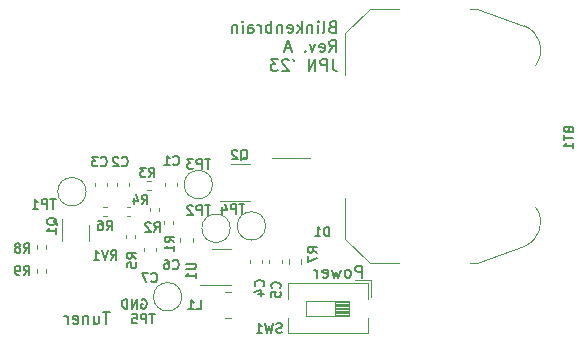
<source format=gbr>
%TF.GenerationSoftware,KiCad,Pcbnew,7.0.6*%
%TF.CreationDate,2023-09-21T17:00:44-04:00*%
%TF.ProjectId,blinkenbrain,626c696e-6b65-46e6-9272-61696e2e6b69,A*%
%TF.SameCoordinates,Original*%
%TF.FileFunction,Legend,Bot*%
%TF.FilePolarity,Positive*%
%FSLAX46Y46*%
G04 Gerber Fmt 4.6, Leading zero omitted, Abs format (unit mm)*
G04 Created by KiCad (PCBNEW 7.0.6) date 2023-09-21 17:00:44*
%MOMM*%
%LPD*%
G01*
G04 APERTURE LIST*
%ADD10C,0.150000*%
%ADD11C,0.120000*%
G04 APERTURE END LIST*
D10*
X132606077Y-108869819D02*
X132034649Y-108869819D01*
X132320363Y-109869819D02*
X132320363Y-108869819D01*
X131272744Y-109203152D02*
X131272744Y-109869819D01*
X131701315Y-109203152D02*
X131701315Y-109726961D01*
X131701315Y-109726961D02*
X131653696Y-109822200D01*
X131653696Y-109822200D02*
X131558458Y-109869819D01*
X131558458Y-109869819D02*
X131415601Y-109869819D01*
X131415601Y-109869819D02*
X131320363Y-109822200D01*
X131320363Y-109822200D02*
X131272744Y-109774580D01*
X130796553Y-109203152D02*
X130796553Y-109869819D01*
X130796553Y-109298390D02*
X130748934Y-109250771D01*
X130748934Y-109250771D02*
X130653696Y-109203152D01*
X130653696Y-109203152D02*
X130510839Y-109203152D01*
X130510839Y-109203152D02*
X130415601Y-109250771D01*
X130415601Y-109250771D02*
X130367982Y-109346009D01*
X130367982Y-109346009D02*
X130367982Y-109869819D01*
X129510839Y-109822200D02*
X129606077Y-109869819D01*
X129606077Y-109869819D02*
X129796553Y-109869819D01*
X129796553Y-109869819D02*
X129891791Y-109822200D01*
X129891791Y-109822200D02*
X129939410Y-109726961D01*
X129939410Y-109726961D02*
X129939410Y-109346009D01*
X129939410Y-109346009D02*
X129891791Y-109250771D01*
X129891791Y-109250771D02*
X129796553Y-109203152D01*
X129796553Y-109203152D02*
X129606077Y-109203152D01*
X129606077Y-109203152D02*
X129510839Y-109250771D01*
X129510839Y-109250771D02*
X129463220Y-109346009D01*
X129463220Y-109346009D02*
X129463220Y-109441247D01*
X129463220Y-109441247D02*
X129939410Y-109536485D01*
X129034648Y-109869819D02*
X129034648Y-109203152D01*
X129034648Y-109393628D02*
X128987029Y-109298390D01*
X128987029Y-109298390D02*
X128939410Y-109250771D01*
X128939410Y-109250771D02*
X128844172Y-109203152D01*
X128844172Y-109203152D02*
X128748934Y-109203152D01*
X151429887Y-84726009D02*
X151287030Y-84773628D01*
X151287030Y-84773628D02*
X151239411Y-84821247D01*
X151239411Y-84821247D02*
X151191792Y-84916485D01*
X151191792Y-84916485D02*
X151191792Y-85059342D01*
X151191792Y-85059342D02*
X151239411Y-85154580D01*
X151239411Y-85154580D02*
X151287030Y-85202200D01*
X151287030Y-85202200D02*
X151382268Y-85249819D01*
X151382268Y-85249819D02*
X151763220Y-85249819D01*
X151763220Y-85249819D02*
X151763220Y-84249819D01*
X151763220Y-84249819D02*
X151429887Y-84249819D01*
X151429887Y-84249819D02*
X151334649Y-84297438D01*
X151334649Y-84297438D02*
X151287030Y-84345057D01*
X151287030Y-84345057D02*
X151239411Y-84440295D01*
X151239411Y-84440295D02*
X151239411Y-84535533D01*
X151239411Y-84535533D02*
X151287030Y-84630771D01*
X151287030Y-84630771D02*
X151334649Y-84678390D01*
X151334649Y-84678390D02*
X151429887Y-84726009D01*
X151429887Y-84726009D02*
X151763220Y-84726009D01*
X150620363Y-85249819D02*
X150715601Y-85202200D01*
X150715601Y-85202200D02*
X150763220Y-85106961D01*
X150763220Y-85106961D02*
X150763220Y-84249819D01*
X150239410Y-85249819D02*
X150239410Y-84583152D01*
X150239410Y-84249819D02*
X150287029Y-84297438D01*
X150287029Y-84297438D02*
X150239410Y-84345057D01*
X150239410Y-84345057D02*
X150191791Y-84297438D01*
X150191791Y-84297438D02*
X150239410Y-84249819D01*
X150239410Y-84249819D02*
X150239410Y-84345057D01*
X149763220Y-84583152D02*
X149763220Y-85249819D01*
X149763220Y-84678390D02*
X149715601Y-84630771D01*
X149715601Y-84630771D02*
X149620363Y-84583152D01*
X149620363Y-84583152D02*
X149477506Y-84583152D01*
X149477506Y-84583152D02*
X149382268Y-84630771D01*
X149382268Y-84630771D02*
X149334649Y-84726009D01*
X149334649Y-84726009D02*
X149334649Y-85249819D01*
X148858458Y-85249819D02*
X148858458Y-84249819D01*
X148763220Y-84868866D02*
X148477506Y-85249819D01*
X148477506Y-84583152D02*
X148858458Y-84964104D01*
X147667982Y-85202200D02*
X147763220Y-85249819D01*
X147763220Y-85249819D02*
X147953696Y-85249819D01*
X147953696Y-85249819D02*
X148048934Y-85202200D01*
X148048934Y-85202200D02*
X148096553Y-85106961D01*
X148096553Y-85106961D02*
X148096553Y-84726009D01*
X148096553Y-84726009D02*
X148048934Y-84630771D01*
X148048934Y-84630771D02*
X147953696Y-84583152D01*
X147953696Y-84583152D02*
X147763220Y-84583152D01*
X147763220Y-84583152D02*
X147667982Y-84630771D01*
X147667982Y-84630771D02*
X147620363Y-84726009D01*
X147620363Y-84726009D02*
X147620363Y-84821247D01*
X147620363Y-84821247D02*
X148096553Y-84916485D01*
X147191791Y-84583152D02*
X147191791Y-85249819D01*
X147191791Y-84678390D02*
X147144172Y-84630771D01*
X147144172Y-84630771D02*
X147048934Y-84583152D01*
X147048934Y-84583152D02*
X146906077Y-84583152D01*
X146906077Y-84583152D02*
X146810839Y-84630771D01*
X146810839Y-84630771D02*
X146763220Y-84726009D01*
X146763220Y-84726009D02*
X146763220Y-85249819D01*
X146287029Y-85249819D02*
X146287029Y-84249819D01*
X146287029Y-84630771D02*
X146191791Y-84583152D01*
X146191791Y-84583152D02*
X146001315Y-84583152D01*
X146001315Y-84583152D02*
X145906077Y-84630771D01*
X145906077Y-84630771D02*
X145858458Y-84678390D01*
X145858458Y-84678390D02*
X145810839Y-84773628D01*
X145810839Y-84773628D02*
X145810839Y-85059342D01*
X145810839Y-85059342D02*
X145858458Y-85154580D01*
X145858458Y-85154580D02*
X145906077Y-85202200D01*
X145906077Y-85202200D02*
X146001315Y-85249819D01*
X146001315Y-85249819D02*
X146191791Y-85249819D01*
X146191791Y-85249819D02*
X146287029Y-85202200D01*
X145382267Y-85249819D02*
X145382267Y-84583152D01*
X145382267Y-84773628D02*
X145334648Y-84678390D01*
X145334648Y-84678390D02*
X145287029Y-84630771D01*
X145287029Y-84630771D02*
X145191791Y-84583152D01*
X145191791Y-84583152D02*
X145096553Y-84583152D01*
X144334648Y-85249819D02*
X144334648Y-84726009D01*
X144334648Y-84726009D02*
X144382267Y-84630771D01*
X144382267Y-84630771D02*
X144477505Y-84583152D01*
X144477505Y-84583152D02*
X144667981Y-84583152D01*
X144667981Y-84583152D02*
X144763219Y-84630771D01*
X144334648Y-85202200D02*
X144429886Y-85249819D01*
X144429886Y-85249819D02*
X144667981Y-85249819D01*
X144667981Y-85249819D02*
X144763219Y-85202200D01*
X144763219Y-85202200D02*
X144810838Y-85106961D01*
X144810838Y-85106961D02*
X144810838Y-85011723D01*
X144810838Y-85011723D02*
X144763219Y-84916485D01*
X144763219Y-84916485D02*
X144667981Y-84868866D01*
X144667981Y-84868866D02*
X144429886Y-84868866D01*
X144429886Y-84868866D02*
X144334648Y-84821247D01*
X143858457Y-85249819D02*
X143858457Y-84583152D01*
X143858457Y-84249819D02*
X143906076Y-84297438D01*
X143906076Y-84297438D02*
X143858457Y-84345057D01*
X143858457Y-84345057D02*
X143810838Y-84297438D01*
X143810838Y-84297438D02*
X143858457Y-84249819D01*
X143858457Y-84249819D02*
X143858457Y-84345057D01*
X143382267Y-84583152D02*
X143382267Y-85249819D01*
X143382267Y-84678390D02*
X143334648Y-84630771D01*
X143334648Y-84630771D02*
X143239410Y-84583152D01*
X143239410Y-84583152D02*
X143096553Y-84583152D01*
X143096553Y-84583152D02*
X143001315Y-84630771D01*
X143001315Y-84630771D02*
X142953696Y-84726009D01*
X142953696Y-84726009D02*
X142953696Y-85249819D01*
X151191792Y-86859819D02*
X151525125Y-86383628D01*
X151763220Y-86859819D02*
X151763220Y-85859819D01*
X151763220Y-85859819D02*
X151382268Y-85859819D01*
X151382268Y-85859819D02*
X151287030Y-85907438D01*
X151287030Y-85907438D02*
X151239411Y-85955057D01*
X151239411Y-85955057D02*
X151191792Y-86050295D01*
X151191792Y-86050295D02*
X151191792Y-86193152D01*
X151191792Y-86193152D02*
X151239411Y-86288390D01*
X151239411Y-86288390D02*
X151287030Y-86336009D01*
X151287030Y-86336009D02*
X151382268Y-86383628D01*
X151382268Y-86383628D02*
X151763220Y-86383628D01*
X150382268Y-86812200D02*
X150477506Y-86859819D01*
X150477506Y-86859819D02*
X150667982Y-86859819D01*
X150667982Y-86859819D02*
X150763220Y-86812200D01*
X150763220Y-86812200D02*
X150810839Y-86716961D01*
X150810839Y-86716961D02*
X150810839Y-86336009D01*
X150810839Y-86336009D02*
X150763220Y-86240771D01*
X150763220Y-86240771D02*
X150667982Y-86193152D01*
X150667982Y-86193152D02*
X150477506Y-86193152D01*
X150477506Y-86193152D02*
X150382268Y-86240771D01*
X150382268Y-86240771D02*
X150334649Y-86336009D01*
X150334649Y-86336009D02*
X150334649Y-86431247D01*
X150334649Y-86431247D02*
X150810839Y-86526485D01*
X150001315Y-86193152D02*
X149763220Y-86859819D01*
X149763220Y-86859819D02*
X149525125Y-86193152D01*
X149144172Y-86764580D02*
X149096553Y-86812200D01*
X149096553Y-86812200D02*
X149144172Y-86859819D01*
X149144172Y-86859819D02*
X149191791Y-86812200D01*
X149191791Y-86812200D02*
X149144172Y-86764580D01*
X149144172Y-86764580D02*
X149144172Y-86859819D01*
X147953696Y-86574104D02*
X147477506Y-86574104D01*
X148048934Y-86859819D02*
X147715601Y-85859819D01*
X147715601Y-85859819D02*
X147382268Y-86859819D01*
X151477506Y-87469819D02*
X151477506Y-88184104D01*
X151477506Y-88184104D02*
X151525125Y-88326961D01*
X151525125Y-88326961D02*
X151620363Y-88422200D01*
X151620363Y-88422200D02*
X151763220Y-88469819D01*
X151763220Y-88469819D02*
X151858458Y-88469819D01*
X151001315Y-88469819D02*
X151001315Y-87469819D01*
X151001315Y-87469819D02*
X150620363Y-87469819D01*
X150620363Y-87469819D02*
X150525125Y-87517438D01*
X150525125Y-87517438D02*
X150477506Y-87565057D01*
X150477506Y-87565057D02*
X150429887Y-87660295D01*
X150429887Y-87660295D02*
X150429887Y-87803152D01*
X150429887Y-87803152D02*
X150477506Y-87898390D01*
X150477506Y-87898390D02*
X150525125Y-87946009D01*
X150525125Y-87946009D02*
X150620363Y-87993628D01*
X150620363Y-87993628D02*
X151001315Y-87993628D01*
X150001315Y-88469819D02*
X150001315Y-87469819D01*
X150001315Y-87469819D02*
X149429887Y-88469819D01*
X149429887Y-88469819D02*
X149429887Y-87469819D01*
X148144172Y-87469819D02*
X148239410Y-87660295D01*
X147763220Y-87565057D02*
X147715601Y-87517438D01*
X147715601Y-87517438D02*
X147620363Y-87469819D01*
X147620363Y-87469819D02*
X147382268Y-87469819D01*
X147382268Y-87469819D02*
X147287030Y-87517438D01*
X147287030Y-87517438D02*
X147239411Y-87565057D01*
X147239411Y-87565057D02*
X147191792Y-87660295D01*
X147191792Y-87660295D02*
X147191792Y-87755533D01*
X147191792Y-87755533D02*
X147239411Y-87898390D01*
X147239411Y-87898390D02*
X147810839Y-88469819D01*
X147810839Y-88469819D02*
X147191792Y-88469819D01*
X146858458Y-87469819D02*
X146239411Y-87469819D01*
X146239411Y-87469819D02*
X146572744Y-87850771D01*
X146572744Y-87850771D02*
X146429887Y-87850771D01*
X146429887Y-87850771D02*
X146334649Y-87898390D01*
X146334649Y-87898390D02*
X146287030Y-87946009D01*
X146287030Y-87946009D02*
X146239411Y-88041247D01*
X146239411Y-88041247D02*
X146239411Y-88279342D01*
X146239411Y-88279342D02*
X146287030Y-88374580D01*
X146287030Y-88374580D02*
X146334649Y-88422200D01*
X146334649Y-88422200D02*
X146429887Y-88469819D01*
X146429887Y-88469819D02*
X146715601Y-88469819D01*
X146715601Y-88469819D02*
X146810839Y-88422200D01*
X146810839Y-88422200D02*
X146858458Y-88374580D01*
X153963220Y-105969819D02*
X153963220Y-104969819D01*
X153963220Y-104969819D02*
X153582268Y-104969819D01*
X153582268Y-104969819D02*
X153487030Y-105017438D01*
X153487030Y-105017438D02*
X153439411Y-105065057D01*
X153439411Y-105065057D02*
X153391792Y-105160295D01*
X153391792Y-105160295D02*
X153391792Y-105303152D01*
X153391792Y-105303152D02*
X153439411Y-105398390D01*
X153439411Y-105398390D02*
X153487030Y-105446009D01*
X153487030Y-105446009D02*
X153582268Y-105493628D01*
X153582268Y-105493628D02*
X153963220Y-105493628D01*
X152820363Y-105969819D02*
X152915601Y-105922200D01*
X152915601Y-105922200D02*
X152963220Y-105874580D01*
X152963220Y-105874580D02*
X153010839Y-105779342D01*
X153010839Y-105779342D02*
X153010839Y-105493628D01*
X153010839Y-105493628D02*
X152963220Y-105398390D01*
X152963220Y-105398390D02*
X152915601Y-105350771D01*
X152915601Y-105350771D02*
X152820363Y-105303152D01*
X152820363Y-105303152D02*
X152677506Y-105303152D01*
X152677506Y-105303152D02*
X152582268Y-105350771D01*
X152582268Y-105350771D02*
X152534649Y-105398390D01*
X152534649Y-105398390D02*
X152487030Y-105493628D01*
X152487030Y-105493628D02*
X152487030Y-105779342D01*
X152487030Y-105779342D02*
X152534649Y-105874580D01*
X152534649Y-105874580D02*
X152582268Y-105922200D01*
X152582268Y-105922200D02*
X152677506Y-105969819D01*
X152677506Y-105969819D02*
X152820363Y-105969819D01*
X152153696Y-105303152D02*
X151963220Y-105969819D01*
X151963220Y-105969819D02*
X151772744Y-105493628D01*
X151772744Y-105493628D02*
X151582268Y-105969819D01*
X151582268Y-105969819D02*
X151391792Y-105303152D01*
X150629887Y-105922200D02*
X150725125Y-105969819D01*
X150725125Y-105969819D02*
X150915601Y-105969819D01*
X150915601Y-105969819D02*
X151010839Y-105922200D01*
X151010839Y-105922200D02*
X151058458Y-105826961D01*
X151058458Y-105826961D02*
X151058458Y-105446009D01*
X151058458Y-105446009D02*
X151010839Y-105350771D01*
X151010839Y-105350771D02*
X150915601Y-105303152D01*
X150915601Y-105303152D02*
X150725125Y-105303152D01*
X150725125Y-105303152D02*
X150629887Y-105350771D01*
X150629887Y-105350771D02*
X150582268Y-105446009D01*
X150582268Y-105446009D02*
X150582268Y-105541247D01*
X150582268Y-105541247D02*
X151058458Y-105636485D01*
X150153696Y-105969819D02*
X150153696Y-105303152D01*
X150153696Y-105493628D02*
X150106077Y-105398390D01*
X150106077Y-105398390D02*
X150058458Y-105350771D01*
X150058458Y-105350771D02*
X149963220Y-105303152D01*
X149963220Y-105303152D02*
X149867982Y-105303152D01*
X135291792Y-107832390D02*
X135367982Y-107794295D01*
X135367982Y-107794295D02*
X135482268Y-107794295D01*
X135482268Y-107794295D02*
X135596554Y-107832390D01*
X135596554Y-107832390D02*
X135672744Y-107908580D01*
X135672744Y-107908580D02*
X135710839Y-107984771D01*
X135710839Y-107984771D02*
X135748935Y-108137152D01*
X135748935Y-108137152D02*
X135748935Y-108251438D01*
X135748935Y-108251438D02*
X135710839Y-108403819D01*
X135710839Y-108403819D02*
X135672744Y-108480009D01*
X135672744Y-108480009D02*
X135596554Y-108556200D01*
X135596554Y-108556200D02*
X135482268Y-108594295D01*
X135482268Y-108594295D02*
X135406077Y-108594295D01*
X135406077Y-108594295D02*
X135291792Y-108556200D01*
X135291792Y-108556200D02*
X135253696Y-108518104D01*
X135253696Y-108518104D02*
X135253696Y-108251438D01*
X135253696Y-108251438D02*
X135406077Y-108251438D01*
X134910839Y-108594295D02*
X134910839Y-107794295D01*
X134910839Y-107794295D02*
X134453696Y-108594295D01*
X134453696Y-108594295D02*
X134453696Y-107794295D01*
X134072744Y-108594295D02*
X134072744Y-107794295D01*
X134072744Y-107794295D02*
X133882268Y-107794295D01*
X133882268Y-107794295D02*
X133767982Y-107832390D01*
X133767982Y-107832390D02*
X133691792Y-107908580D01*
X133691792Y-107908580D02*
X133653697Y-107984771D01*
X133653697Y-107984771D02*
X133615601Y-108137152D01*
X133615601Y-108137152D02*
X133615601Y-108251438D01*
X133615601Y-108251438D02*
X133653697Y-108403819D01*
X133653697Y-108403819D02*
X133691792Y-108480009D01*
X133691792Y-108480009D02*
X133767982Y-108556200D01*
X133767982Y-108556200D02*
X133882268Y-108594295D01*
X133882268Y-108594295D02*
X134072744Y-108594295D01*
X136358332Y-102087295D02*
X136624999Y-101706342D01*
X136815475Y-102087295D02*
X136815475Y-101287295D01*
X136815475Y-101287295D02*
X136510713Y-101287295D01*
X136510713Y-101287295D02*
X136434523Y-101325390D01*
X136434523Y-101325390D02*
X136396428Y-101363485D01*
X136396428Y-101363485D02*
X136358332Y-101439676D01*
X136358332Y-101439676D02*
X136358332Y-101553961D01*
X136358332Y-101553961D02*
X136396428Y-101630152D01*
X136396428Y-101630152D02*
X136434523Y-101668247D01*
X136434523Y-101668247D02*
X136510713Y-101706342D01*
X136510713Y-101706342D02*
X136815475Y-101706342D01*
X136053571Y-101363485D02*
X136015475Y-101325390D01*
X136015475Y-101325390D02*
X135939285Y-101287295D01*
X135939285Y-101287295D02*
X135748809Y-101287295D01*
X135748809Y-101287295D02*
X135672618Y-101325390D01*
X135672618Y-101325390D02*
X135634523Y-101363485D01*
X135634523Y-101363485D02*
X135596428Y-101439676D01*
X135596428Y-101439676D02*
X135596428Y-101515866D01*
X135596428Y-101515866D02*
X135634523Y-101630152D01*
X135634523Y-101630152D02*
X136091666Y-102087295D01*
X136091666Y-102087295D02*
X135596428Y-102087295D01*
X137933332Y-105186104D02*
X137971428Y-105224200D01*
X137971428Y-105224200D02*
X138085713Y-105262295D01*
X138085713Y-105262295D02*
X138161904Y-105262295D01*
X138161904Y-105262295D02*
X138276190Y-105224200D01*
X138276190Y-105224200D02*
X138352380Y-105148009D01*
X138352380Y-105148009D02*
X138390475Y-105071819D01*
X138390475Y-105071819D02*
X138428571Y-104919438D01*
X138428571Y-104919438D02*
X138428571Y-104805152D01*
X138428571Y-104805152D02*
X138390475Y-104652771D01*
X138390475Y-104652771D02*
X138352380Y-104576580D01*
X138352380Y-104576580D02*
X138276190Y-104500390D01*
X138276190Y-104500390D02*
X138161904Y-104462295D01*
X138161904Y-104462295D02*
X138085713Y-104462295D01*
X138085713Y-104462295D02*
X137971428Y-104500390D01*
X137971428Y-104500390D02*
X137933332Y-104538485D01*
X137247618Y-104462295D02*
X137399999Y-104462295D01*
X137399999Y-104462295D02*
X137476190Y-104500390D01*
X137476190Y-104500390D02*
X137514285Y-104538485D01*
X137514285Y-104538485D02*
X137590475Y-104652771D01*
X137590475Y-104652771D02*
X137628571Y-104805152D01*
X137628571Y-104805152D02*
X137628571Y-105109914D01*
X137628571Y-105109914D02*
X137590475Y-105186104D01*
X137590475Y-105186104D02*
X137552380Y-105224200D01*
X137552380Y-105224200D02*
X137476190Y-105262295D01*
X137476190Y-105262295D02*
X137323809Y-105262295D01*
X137323809Y-105262295D02*
X137247618Y-105224200D01*
X137247618Y-105224200D02*
X137209523Y-105186104D01*
X137209523Y-105186104D02*
X137171428Y-105109914D01*
X137171428Y-105109914D02*
X137171428Y-104919438D01*
X137171428Y-104919438D02*
X137209523Y-104843247D01*
X137209523Y-104843247D02*
X137247618Y-104805152D01*
X137247618Y-104805152D02*
X137323809Y-104767057D01*
X137323809Y-104767057D02*
X137476190Y-104767057D01*
X137476190Y-104767057D02*
X137552380Y-104805152D01*
X137552380Y-104805152D02*
X137590475Y-104843247D01*
X137590475Y-104843247D02*
X137628571Y-104919438D01*
X128009523Y-99362295D02*
X127552380Y-99362295D01*
X127780952Y-100162295D02*
X127780952Y-99362295D01*
X127285713Y-100162295D02*
X127285713Y-99362295D01*
X127285713Y-99362295D02*
X126980951Y-99362295D01*
X126980951Y-99362295D02*
X126904761Y-99400390D01*
X126904761Y-99400390D02*
X126866666Y-99438485D01*
X126866666Y-99438485D02*
X126828570Y-99514676D01*
X126828570Y-99514676D02*
X126828570Y-99628961D01*
X126828570Y-99628961D02*
X126866666Y-99705152D01*
X126866666Y-99705152D02*
X126904761Y-99743247D01*
X126904761Y-99743247D02*
X126980951Y-99781342D01*
X126980951Y-99781342D02*
X127285713Y-99781342D01*
X126066666Y-100162295D02*
X126523809Y-100162295D01*
X126295237Y-100162295D02*
X126295237Y-99362295D01*
X126295237Y-99362295D02*
X126371428Y-99476580D01*
X126371428Y-99476580D02*
X126447618Y-99552771D01*
X126447618Y-99552771D02*
X126523809Y-99590866D01*
X128138485Y-101523809D02*
X128100390Y-101447619D01*
X128100390Y-101447619D02*
X128024200Y-101371428D01*
X128024200Y-101371428D02*
X127909914Y-101257142D01*
X127909914Y-101257142D02*
X127871819Y-101180952D01*
X127871819Y-101180952D02*
X127871819Y-101104761D01*
X128062295Y-101142857D02*
X128024200Y-101066666D01*
X128024200Y-101066666D02*
X127948009Y-100990476D01*
X127948009Y-100990476D02*
X127795628Y-100952380D01*
X127795628Y-100952380D02*
X127528961Y-100952380D01*
X127528961Y-100952380D02*
X127376580Y-100990476D01*
X127376580Y-100990476D02*
X127300390Y-101066666D01*
X127300390Y-101066666D02*
X127262295Y-101142857D01*
X127262295Y-101142857D02*
X127262295Y-101295238D01*
X127262295Y-101295238D02*
X127300390Y-101371428D01*
X127300390Y-101371428D02*
X127376580Y-101447619D01*
X127376580Y-101447619D02*
X127528961Y-101485714D01*
X127528961Y-101485714D02*
X127795628Y-101485714D01*
X127795628Y-101485714D02*
X127948009Y-101447619D01*
X127948009Y-101447619D02*
X128024200Y-101371428D01*
X128024200Y-101371428D02*
X128062295Y-101295238D01*
X128062295Y-101295238D02*
X128062295Y-101142857D01*
X128062295Y-102247618D02*
X128062295Y-101790475D01*
X128062295Y-102019047D02*
X127262295Y-102019047D01*
X127262295Y-102019047D02*
X127376580Y-101942856D01*
X127376580Y-101942856D02*
X127452771Y-101866666D01*
X127452771Y-101866666D02*
X127490866Y-101790475D01*
X141109523Y-99862295D02*
X140652380Y-99862295D01*
X140880952Y-100662295D02*
X140880952Y-99862295D01*
X140385713Y-100662295D02*
X140385713Y-99862295D01*
X140385713Y-99862295D02*
X140080951Y-99862295D01*
X140080951Y-99862295D02*
X140004761Y-99900390D01*
X140004761Y-99900390D02*
X139966666Y-99938485D01*
X139966666Y-99938485D02*
X139928570Y-100014676D01*
X139928570Y-100014676D02*
X139928570Y-100128961D01*
X139928570Y-100128961D02*
X139966666Y-100205152D01*
X139966666Y-100205152D02*
X140004761Y-100243247D01*
X140004761Y-100243247D02*
X140080951Y-100281342D01*
X140080951Y-100281342D02*
X140385713Y-100281342D01*
X139623809Y-99938485D02*
X139585713Y-99900390D01*
X139585713Y-99900390D02*
X139509523Y-99862295D01*
X139509523Y-99862295D02*
X139319047Y-99862295D01*
X139319047Y-99862295D02*
X139242856Y-99900390D01*
X139242856Y-99900390D02*
X139204761Y-99938485D01*
X139204761Y-99938485D02*
X139166666Y-100014676D01*
X139166666Y-100014676D02*
X139166666Y-100090866D01*
X139166666Y-100090866D02*
X139204761Y-100205152D01*
X139204761Y-100205152D02*
X139661904Y-100662295D01*
X139661904Y-100662295D02*
X139166666Y-100662295D01*
X139062295Y-104790476D02*
X139709914Y-104790476D01*
X139709914Y-104790476D02*
X139786104Y-104828571D01*
X139786104Y-104828571D02*
X139824200Y-104866666D01*
X139824200Y-104866666D02*
X139862295Y-104942857D01*
X139862295Y-104942857D02*
X139862295Y-105095238D01*
X139862295Y-105095238D02*
X139824200Y-105171428D01*
X139824200Y-105171428D02*
X139786104Y-105209523D01*
X139786104Y-105209523D02*
X139709914Y-105247619D01*
X139709914Y-105247619D02*
X139062295Y-105247619D01*
X139862295Y-106047618D02*
X139862295Y-105590475D01*
X139862295Y-105819047D02*
X139062295Y-105819047D01*
X139062295Y-105819047D02*
X139176580Y-105742856D01*
X139176580Y-105742856D02*
X139252771Y-105666666D01*
X139252771Y-105666666D02*
X139290866Y-105590475D01*
X147166667Y-110624200D02*
X147052381Y-110662295D01*
X147052381Y-110662295D02*
X146861905Y-110662295D01*
X146861905Y-110662295D02*
X146785714Y-110624200D01*
X146785714Y-110624200D02*
X146747619Y-110586104D01*
X146747619Y-110586104D02*
X146709524Y-110509914D01*
X146709524Y-110509914D02*
X146709524Y-110433723D01*
X146709524Y-110433723D02*
X146747619Y-110357533D01*
X146747619Y-110357533D02*
X146785714Y-110319438D01*
X146785714Y-110319438D02*
X146861905Y-110281342D01*
X146861905Y-110281342D02*
X147014286Y-110243247D01*
X147014286Y-110243247D02*
X147090476Y-110205152D01*
X147090476Y-110205152D02*
X147128571Y-110167057D01*
X147128571Y-110167057D02*
X147166667Y-110090866D01*
X147166667Y-110090866D02*
X147166667Y-110014676D01*
X147166667Y-110014676D02*
X147128571Y-109938485D01*
X147128571Y-109938485D02*
X147090476Y-109900390D01*
X147090476Y-109900390D02*
X147014286Y-109862295D01*
X147014286Y-109862295D02*
X146823809Y-109862295D01*
X146823809Y-109862295D02*
X146709524Y-109900390D01*
X146442857Y-109862295D02*
X146252381Y-110662295D01*
X146252381Y-110662295D02*
X146100000Y-110090866D01*
X146100000Y-110090866D02*
X145947619Y-110662295D01*
X145947619Y-110662295D02*
X145757143Y-109862295D01*
X145033333Y-110662295D02*
X145490476Y-110662295D01*
X145261904Y-110662295D02*
X145261904Y-109862295D01*
X145261904Y-109862295D02*
X145338095Y-109976580D01*
X145338095Y-109976580D02*
X145414285Y-110052771D01*
X145414285Y-110052771D02*
X145490476Y-110090866D01*
X134862295Y-104366667D02*
X134481342Y-104100000D01*
X134862295Y-103909524D02*
X134062295Y-103909524D01*
X134062295Y-103909524D02*
X134062295Y-104214286D01*
X134062295Y-104214286D02*
X134100390Y-104290476D01*
X134100390Y-104290476D02*
X134138485Y-104328571D01*
X134138485Y-104328571D02*
X134214676Y-104366667D01*
X134214676Y-104366667D02*
X134328961Y-104366667D01*
X134328961Y-104366667D02*
X134405152Y-104328571D01*
X134405152Y-104328571D02*
X134443247Y-104290476D01*
X134443247Y-104290476D02*
X134481342Y-104214286D01*
X134481342Y-104214286D02*
X134481342Y-103909524D01*
X134062295Y-105090476D02*
X134062295Y-104709524D01*
X134062295Y-104709524D02*
X134443247Y-104671428D01*
X134443247Y-104671428D02*
X134405152Y-104709524D01*
X134405152Y-104709524D02*
X134367057Y-104785714D01*
X134367057Y-104785714D02*
X134367057Y-104976190D01*
X134367057Y-104976190D02*
X134405152Y-105052381D01*
X134405152Y-105052381D02*
X134443247Y-105090476D01*
X134443247Y-105090476D02*
X134519438Y-105128571D01*
X134519438Y-105128571D02*
X134709914Y-105128571D01*
X134709914Y-105128571D02*
X134786104Y-105090476D01*
X134786104Y-105090476D02*
X134824200Y-105052381D01*
X134824200Y-105052381D02*
X134862295Y-104976190D01*
X134862295Y-104976190D02*
X134862295Y-104785714D01*
X134862295Y-104785714D02*
X134824200Y-104709524D01*
X134824200Y-104709524D02*
X134786104Y-104671428D01*
X151190475Y-102462295D02*
X151190475Y-101662295D01*
X151190475Y-101662295D02*
X150999999Y-101662295D01*
X150999999Y-101662295D02*
X150885713Y-101700390D01*
X150885713Y-101700390D02*
X150809523Y-101776580D01*
X150809523Y-101776580D02*
X150771428Y-101852771D01*
X150771428Y-101852771D02*
X150733332Y-102005152D01*
X150733332Y-102005152D02*
X150733332Y-102119438D01*
X150733332Y-102119438D02*
X150771428Y-102271819D01*
X150771428Y-102271819D02*
X150809523Y-102348009D01*
X150809523Y-102348009D02*
X150885713Y-102424200D01*
X150885713Y-102424200D02*
X150999999Y-102462295D01*
X150999999Y-102462295D02*
X151190475Y-102462295D01*
X149971428Y-102462295D02*
X150428571Y-102462295D01*
X150199999Y-102462295D02*
X150199999Y-101662295D01*
X150199999Y-101662295D02*
X150276190Y-101776580D01*
X150276190Y-101776580D02*
X150352380Y-101852771D01*
X150352380Y-101852771D02*
X150428571Y-101890866D01*
X135933332Y-97462295D02*
X136199999Y-97081342D01*
X136390475Y-97462295D02*
X136390475Y-96662295D01*
X136390475Y-96662295D02*
X136085713Y-96662295D01*
X136085713Y-96662295D02*
X136009523Y-96700390D01*
X136009523Y-96700390D02*
X135971428Y-96738485D01*
X135971428Y-96738485D02*
X135933332Y-96814676D01*
X135933332Y-96814676D02*
X135933332Y-96928961D01*
X135933332Y-96928961D02*
X135971428Y-97005152D01*
X135971428Y-97005152D02*
X136009523Y-97043247D01*
X136009523Y-97043247D02*
X136085713Y-97081342D01*
X136085713Y-97081342D02*
X136390475Y-97081342D01*
X135666666Y-96662295D02*
X135171428Y-96662295D01*
X135171428Y-96662295D02*
X135438094Y-96967057D01*
X135438094Y-96967057D02*
X135323809Y-96967057D01*
X135323809Y-96967057D02*
X135247618Y-97005152D01*
X135247618Y-97005152D02*
X135209523Y-97043247D01*
X135209523Y-97043247D02*
X135171428Y-97119438D01*
X135171428Y-97119438D02*
X135171428Y-97309914D01*
X135171428Y-97309914D02*
X135209523Y-97386104D01*
X135209523Y-97386104D02*
X135247618Y-97424200D01*
X135247618Y-97424200D02*
X135323809Y-97462295D01*
X135323809Y-97462295D02*
X135552380Y-97462295D01*
X135552380Y-97462295D02*
X135628571Y-97424200D01*
X135628571Y-97424200D02*
X135666666Y-97386104D01*
X132676189Y-104462295D02*
X132942856Y-104081342D01*
X133133332Y-104462295D02*
X133133332Y-103662295D01*
X133133332Y-103662295D02*
X132828570Y-103662295D01*
X132828570Y-103662295D02*
X132752380Y-103700390D01*
X132752380Y-103700390D02*
X132714285Y-103738485D01*
X132714285Y-103738485D02*
X132676189Y-103814676D01*
X132676189Y-103814676D02*
X132676189Y-103928961D01*
X132676189Y-103928961D02*
X132714285Y-104005152D01*
X132714285Y-104005152D02*
X132752380Y-104043247D01*
X132752380Y-104043247D02*
X132828570Y-104081342D01*
X132828570Y-104081342D02*
X133133332Y-104081342D01*
X132447618Y-103662295D02*
X132180951Y-104462295D01*
X132180951Y-104462295D02*
X131914285Y-103662295D01*
X131228571Y-104462295D02*
X131685714Y-104462295D01*
X131457142Y-104462295D02*
X131457142Y-103662295D01*
X131457142Y-103662295D02*
X131533333Y-103776580D01*
X131533333Y-103776580D02*
X131609523Y-103852771D01*
X131609523Y-103852771D02*
X131685714Y-103890866D01*
X171443247Y-93471428D02*
X171481342Y-93585714D01*
X171481342Y-93585714D02*
X171519438Y-93623809D01*
X171519438Y-93623809D02*
X171595628Y-93661905D01*
X171595628Y-93661905D02*
X171709914Y-93661905D01*
X171709914Y-93661905D02*
X171786104Y-93623809D01*
X171786104Y-93623809D02*
X171824200Y-93585714D01*
X171824200Y-93585714D02*
X171862295Y-93509524D01*
X171862295Y-93509524D02*
X171862295Y-93204762D01*
X171862295Y-93204762D02*
X171062295Y-93204762D01*
X171062295Y-93204762D02*
X171062295Y-93471428D01*
X171062295Y-93471428D02*
X171100390Y-93547619D01*
X171100390Y-93547619D02*
X171138485Y-93585714D01*
X171138485Y-93585714D02*
X171214676Y-93623809D01*
X171214676Y-93623809D02*
X171290866Y-93623809D01*
X171290866Y-93623809D02*
X171367057Y-93585714D01*
X171367057Y-93585714D02*
X171405152Y-93547619D01*
X171405152Y-93547619D02*
X171443247Y-93471428D01*
X171443247Y-93471428D02*
X171443247Y-93204762D01*
X171062295Y-93890476D02*
X171062295Y-94347619D01*
X171862295Y-94119047D02*
X171062295Y-94119047D01*
X171862295Y-95033333D02*
X171862295Y-94576190D01*
X171862295Y-94804762D02*
X171062295Y-94804762D01*
X171062295Y-94804762D02*
X171176580Y-94728571D01*
X171176580Y-94728571D02*
X171252771Y-94652381D01*
X171252771Y-94652381D02*
X171290866Y-94576190D01*
X137970832Y-96386104D02*
X138008928Y-96424200D01*
X138008928Y-96424200D02*
X138123213Y-96462295D01*
X138123213Y-96462295D02*
X138199404Y-96462295D01*
X138199404Y-96462295D02*
X138313690Y-96424200D01*
X138313690Y-96424200D02*
X138389880Y-96348009D01*
X138389880Y-96348009D02*
X138427975Y-96271819D01*
X138427975Y-96271819D02*
X138466071Y-96119438D01*
X138466071Y-96119438D02*
X138466071Y-96005152D01*
X138466071Y-96005152D02*
X138427975Y-95852771D01*
X138427975Y-95852771D02*
X138389880Y-95776580D01*
X138389880Y-95776580D02*
X138313690Y-95700390D01*
X138313690Y-95700390D02*
X138199404Y-95662295D01*
X138199404Y-95662295D02*
X138123213Y-95662295D01*
X138123213Y-95662295D02*
X138008928Y-95700390D01*
X138008928Y-95700390D02*
X137970832Y-95738485D01*
X137208928Y-96462295D02*
X137666071Y-96462295D01*
X137437499Y-96462295D02*
X137437499Y-95662295D01*
X137437499Y-95662295D02*
X137513690Y-95776580D01*
X137513690Y-95776580D02*
X137589880Y-95852771D01*
X137589880Y-95852771D02*
X137666071Y-95890866D01*
X145586104Y-106716667D02*
X145624200Y-106678571D01*
X145624200Y-106678571D02*
X145662295Y-106564286D01*
X145662295Y-106564286D02*
X145662295Y-106488095D01*
X145662295Y-106488095D02*
X145624200Y-106373809D01*
X145624200Y-106373809D02*
X145548009Y-106297619D01*
X145548009Y-106297619D02*
X145471819Y-106259524D01*
X145471819Y-106259524D02*
X145319438Y-106221428D01*
X145319438Y-106221428D02*
X145205152Y-106221428D01*
X145205152Y-106221428D02*
X145052771Y-106259524D01*
X145052771Y-106259524D02*
X144976580Y-106297619D01*
X144976580Y-106297619D02*
X144900390Y-106373809D01*
X144900390Y-106373809D02*
X144862295Y-106488095D01*
X144862295Y-106488095D02*
X144862295Y-106564286D01*
X144862295Y-106564286D02*
X144900390Y-106678571D01*
X144900390Y-106678571D02*
X144938485Y-106716667D01*
X145128961Y-107402381D02*
X145662295Y-107402381D01*
X144824200Y-107211905D02*
X145395628Y-107021428D01*
X145395628Y-107021428D02*
X145395628Y-107516667D01*
X146986104Y-106866667D02*
X147024200Y-106828571D01*
X147024200Y-106828571D02*
X147062295Y-106714286D01*
X147062295Y-106714286D02*
X147062295Y-106638095D01*
X147062295Y-106638095D02*
X147024200Y-106523809D01*
X147024200Y-106523809D02*
X146948009Y-106447619D01*
X146948009Y-106447619D02*
X146871819Y-106409524D01*
X146871819Y-106409524D02*
X146719438Y-106371428D01*
X146719438Y-106371428D02*
X146605152Y-106371428D01*
X146605152Y-106371428D02*
X146452771Y-106409524D01*
X146452771Y-106409524D02*
X146376580Y-106447619D01*
X146376580Y-106447619D02*
X146300390Y-106523809D01*
X146300390Y-106523809D02*
X146262295Y-106638095D01*
X146262295Y-106638095D02*
X146262295Y-106714286D01*
X146262295Y-106714286D02*
X146300390Y-106828571D01*
X146300390Y-106828571D02*
X146338485Y-106866667D01*
X146262295Y-107590476D02*
X146262295Y-107209524D01*
X146262295Y-107209524D02*
X146643247Y-107171428D01*
X146643247Y-107171428D02*
X146605152Y-107209524D01*
X146605152Y-107209524D02*
X146567057Y-107285714D01*
X146567057Y-107285714D02*
X146567057Y-107476190D01*
X146567057Y-107476190D02*
X146605152Y-107552381D01*
X146605152Y-107552381D02*
X146643247Y-107590476D01*
X146643247Y-107590476D02*
X146719438Y-107628571D01*
X146719438Y-107628571D02*
X146909914Y-107628571D01*
X146909914Y-107628571D02*
X146986104Y-107590476D01*
X146986104Y-107590476D02*
X147024200Y-107552381D01*
X147024200Y-107552381D02*
X147062295Y-107476190D01*
X147062295Y-107476190D02*
X147062295Y-107285714D01*
X147062295Y-107285714D02*
X147024200Y-107209524D01*
X147024200Y-107209524D02*
X146986104Y-107171428D01*
X132333332Y-101962295D02*
X132599999Y-101581342D01*
X132790475Y-101962295D02*
X132790475Y-101162295D01*
X132790475Y-101162295D02*
X132485713Y-101162295D01*
X132485713Y-101162295D02*
X132409523Y-101200390D01*
X132409523Y-101200390D02*
X132371428Y-101238485D01*
X132371428Y-101238485D02*
X132333332Y-101314676D01*
X132333332Y-101314676D02*
X132333332Y-101428961D01*
X132333332Y-101428961D02*
X132371428Y-101505152D01*
X132371428Y-101505152D02*
X132409523Y-101543247D01*
X132409523Y-101543247D02*
X132485713Y-101581342D01*
X132485713Y-101581342D02*
X132790475Y-101581342D01*
X131647618Y-101162295D02*
X131799999Y-101162295D01*
X131799999Y-101162295D02*
X131876190Y-101200390D01*
X131876190Y-101200390D02*
X131914285Y-101238485D01*
X131914285Y-101238485D02*
X131990475Y-101352771D01*
X131990475Y-101352771D02*
X132028571Y-101505152D01*
X132028571Y-101505152D02*
X132028571Y-101809914D01*
X132028571Y-101809914D02*
X131990475Y-101886104D01*
X131990475Y-101886104D02*
X131952380Y-101924200D01*
X131952380Y-101924200D02*
X131876190Y-101962295D01*
X131876190Y-101962295D02*
X131723809Y-101962295D01*
X131723809Y-101962295D02*
X131647618Y-101924200D01*
X131647618Y-101924200D02*
X131609523Y-101886104D01*
X131609523Y-101886104D02*
X131571428Y-101809914D01*
X131571428Y-101809914D02*
X131571428Y-101619438D01*
X131571428Y-101619438D02*
X131609523Y-101543247D01*
X131609523Y-101543247D02*
X131647618Y-101505152D01*
X131647618Y-101505152D02*
X131723809Y-101467057D01*
X131723809Y-101467057D02*
X131876190Y-101467057D01*
X131876190Y-101467057D02*
X131952380Y-101505152D01*
X131952380Y-101505152D02*
X131990475Y-101543247D01*
X131990475Y-101543247D02*
X132028571Y-101619438D01*
X150162295Y-103866667D02*
X149781342Y-103600000D01*
X150162295Y-103409524D02*
X149362295Y-103409524D01*
X149362295Y-103409524D02*
X149362295Y-103714286D01*
X149362295Y-103714286D02*
X149400390Y-103790476D01*
X149400390Y-103790476D02*
X149438485Y-103828571D01*
X149438485Y-103828571D02*
X149514676Y-103866667D01*
X149514676Y-103866667D02*
X149628961Y-103866667D01*
X149628961Y-103866667D02*
X149705152Y-103828571D01*
X149705152Y-103828571D02*
X149743247Y-103790476D01*
X149743247Y-103790476D02*
X149781342Y-103714286D01*
X149781342Y-103714286D02*
X149781342Y-103409524D01*
X149362295Y-104133333D02*
X149362295Y-104666667D01*
X149362295Y-104666667D02*
X150162295Y-104323809D01*
X136133332Y-106286104D02*
X136171428Y-106324200D01*
X136171428Y-106324200D02*
X136285713Y-106362295D01*
X136285713Y-106362295D02*
X136361904Y-106362295D01*
X136361904Y-106362295D02*
X136476190Y-106324200D01*
X136476190Y-106324200D02*
X136552380Y-106248009D01*
X136552380Y-106248009D02*
X136590475Y-106171819D01*
X136590475Y-106171819D02*
X136628571Y-106019438D01*
X136628571Y-106019438D02*
X136628571Y-105905152D01*
X136628571Y-105905152D02*
X136590475Y-105752771D01*
X136590475Y-105752771D02*
X136552380Y-105676580D01*
X136552380Y-105676580D02*
X136476190Y-105600390D01*
X136476190Y-105600390D02*
X136361904Y-105562295D01*
X136361904Y-105562295D02*
X136285713Y-105562295D01*
X136285713Y-105562295D02*
X136171428Y-105600390D01*
X136171428Y-105600390D02*
X136133332Y-105638485D01*
X135866666Y-105562295D02*
X135333332Y-105562295D01*
X135333332Y-105562295D02*
X135676190Y-106362295D01*
X125333332Y-103862295D02*
X125599999Y-103481342D01*
X125790475Y-103862295D02*
X125790475Y-103062295D01*
X125790475Y-103062295D02*
X125485713Y-103062295D01*
X125485713Y-103062295D02*
X125409523Y-103100390D01*
X125409523Y-103100390D02*
X125371428Y-103138485D01*
X125371428Y-103138485D02*
X125333332Y-103214676D01*
X125333332Y-103214676D02*
X125333332Y-103328961D01*
X125333332Y-103328961D02*
X125371428Y-103405152D01*
X125371428Y-103405152D02*
X125409523Y-103443247D01*
X125409523Y-103443247D02*
X125485713Y-103481342D01*
X125485713Y-103481342D02*
X125790475Y-103481342D01*
X124876190Y-103405152D02*
X124952380Y-103367057D01*
X124952380Y-103367057D02*
X124990475Y-103328961D01*
X124990475Y-103328961D02*
X125028571Y-103252771D01*
X125028571Y-103252771D02*
X125028571Y-103214676D01*
X125028571Y-103214676D02*
X124990475Y-103138485D01*
X124990475Y-103138485D02*
X124952380Y-103100390D01*
X124952380Y-103100390D02*
X124876190Y-103062295D01*
X124876190Y-103062295D02*
X124723809Y-103062295D01*
X124723809Y-103062295D02*
X124647618Y-103100390D01*
X124647618Y-103100390D02*
X124609523Y-103138485D01*
X124609523Y-103138485D02*
X124571428Y-103214676D01*
X124571428Y-103214676D02*
X124571428Y-103252771D01*
X124571428Y-103252771D02*
X124609523Y-103328961D01*
X124609523Y-103328961D02*
X124647618Y-103367057D01*
X124647618Y-103367057D02*
X124723809Y-103405152D01*
X124723809Y-103405152D02*
X124876190Y-103405152D01*
X124876190Y-103405152D02*
X124952380Y-103443247D01*
X124952380Y-103443247D02*
X124990475Y-103481342D01*
X124990475Y-103481342D02*
X125028571Y-103557533D01*
X125028571Y-103557533D02*
X125028571Y-103709914D01*
X125028571Y-103709914D02*
X124990475Y-103786104D01*
X124990475Y-103786104D02*
X124952380Y-103824200D01*
X124952380Y-103824200D02*
X124876190Y-103862295D01*
X124876190Y-103862295D02*
X124723809Y-103862295D01*
X124723809Y-103862295D02*
X124647618Y-103824200D01*
X124647618Y-103824200D02*
X124609523Y-103786104D01*
X124609523Y-103786104D02*
X124571428Y-103709914D01*
X124571428Y-103709914D02*
X124571428Y-103557533D01*
X124571428Y-103557533D02*
X124609523Y-103481342D01*
X124609523Y-103481342D02*
X124647618Y-103443247D01*
X124647618Y-103443247D02*
X124723809Y-103405152D01*
X133633332Y-96486104D02*
X133671428Y-96524200D01*
X133671428Y-96524200D02*
X133785713Y-96562295D01*
X133785713Y-96562295D02*
X133861904Y-96562295D01*
X133861904Y-96562295D02*
X133976190Y-96524200D01*
X133976190Y-96524200D02*
X134052380Y-96448009D01*
X134052380Y-96448009D02*
X134090475Y-96371819D01*
X134090475Y-96371819D02*
X134128571Y-96219438D01*
X134128571Y-96219438D02*
X134128571Y-96105152D01*
X134128571Y-96105152D02*
X134090475Y-95952771D01*
X134090475Y-95952771D02*
X134052380Y-95876580D01*
X134052380Y-95876580D02*
X133976190Y-95800390D01*
X133976190Y-95800390D02*
X133861904Y-95762295D01*
X133861904Y-95762295D02*
X133785713Y-95762295D01*
X133785713Y-95762295D02*
X133671428Y-95800390D01*
X133671428Y-95800390D02*
X133633332Y-95838485D01*
X133328571Y-95838485D02*
X133290475Y-95800390D01*
X133290475Y-95800390D02*
X133214285Y-95762295D01*
X133214285Y-95762295D02*
X133023809Y-95762295D01*
X133023809Y-95762295D02*
X132947618Y-95800390D01*
X132947618Y-95800390D02*
X132909523Y-95838485D01*
X132909523Y-95838485D02*
X132871428Y-95914676D01*
X132871428Y-95914676D02*
X132871428Y-95990866D01*
X132871428Y-95990866D02*
X132909523Y-96105152D01*
X132909523Y-96105152D02*
X133366666Y-96562295D01*
X133366666Y-96562295D02*
X132871428Y-96562295D01*
X131833332Y-96486104D02*
X131871428Y-96524200D01*
X131871428Y-96524200D02*
X131985713Y-96562295D01*
X131985713Y-96562295D02*
X132061904Y-96562295D01*
X132061904Y-96562295D02*
X132176190Y-96524200D01*
X132176190Y-96524200D02*
X132252380Y-96448009D01*
X132252380Y-96448009D02*
X132290475Y-96371819D01*
X132290475Y-96371819D02*
X132328571Y-96219438D01*
X132328571Y-96219438D02*
X132328571Y-96105152D01*
X132328571Y-96105152D02*
X132290475Y-95952771D01*
X132290475Y-95952771D02*
X132252380Y-95876580D01*
X132252380Y-95876580D02*
X132176190Y-95800390D01*
X132176190Y-95800390D02*
X132061904Y-95762295D01*
X132061904Y-95762295D02*
X131985713Y-95762295D01*
X131985713Y-95762295D02*
X131871428Y-95800390D01*
X131871428Y-95800390D02*
X131833332Y-95838485D01*
X131566666Y-95762295D02*
X131071428Y-95762295D01*
X131071428Y-95762295D02*
X131338094Y-96067057D01*
X131338094Y-96067057D02*
X131223809Y-96067057D01*
X131223809Y-96067057D02*
X131147618Y-96105152D01*
X131147618Y-96105152D02*
X131109523Y-96143247D01*
X131109523Y-96143247D02*
X131071428Y-96219438D01*
X131071428Y-96219438D02*
X131071428Y-96409914D01*
X131071428Y-96409914D02*
X131109523Y-96486104D01*
X131109523Y-96486104D02*
X131147618Y-96524200D01*
X131147618Y-96524200D02*
X131223809Y-96562295D01*
X131223809Y-96562295D02*
X131452380Y-96562295D01*
X131452380Y-96562295D02*
X131528571Y-96524200D01*
X131528571Y-96524200D02*
X131566666Y-96486104D01*
X139933333Y-108662295D02*
X140314285Y-108662295D01*
X140314285Y-108662295D02*
X140314285Y-107862295D01*
X139247619Y-108662295D02*
X139704762Y-108662295D01*
X139476190Y-108662295D02*
X139476190Y-107862295D01*
X139476190Y-107862295D02*
X139552381Y-107976580D01*
X139552381Y-107976580D02*
X139628571Y-108052771D01*
X139628571Y-108052771D02*
X139704762Y-108090866D01*
X135333332Y-99762295D02*
X135599999Y-99381342D01*
X135790475Y-99762295D02*
X135790475Y-98962295D01*
X135790475Y-98962295D02*
X135485713Y-98962295D01*
X135485713Y-98962295D02*
X135409523Y-99000390D01*
X135409523Y-99000390D02*
X135371428Y-99038485D01*
X135371428Y-99038485D02*
X135333332Y-99114676D01*
X135333332Y-99114676D02*
X135333332Y-99228961D01*
X135333332Y-99228961D02*
X135371428Y-99305152D01*
X135371428Y-99305152D02*
X135409523Y-99343247D01*
X135409523Y-99343247D02*
X135485713Y-99381342D01*
X135485713Y-99381342D02*
X135790475Y-99381342D01*
X134647618Y-99228961D02*
X134647618Y-99762295D01*
X134838094Y-98924200D02*
X135028571Y-99495628D01*
X135028571Y-99495628D02*
X134533332Y-99495628D01*
X144009523Y-99762295D02*
X143552380Y-99762295D01*
X143780952Y-100562295D02*
X143780952Y-99762295D01*
X143285713Y-100562295D02*
X143285713Y-99762295D01*
X143285713Y-99762295D02*
X142980951Y-99762295D01*
X142980951Y-99762295D02*
X142904761Y-99800390D01*
X142904761Y-99800390D02*
X142866666Y-99838485D01*
X142866666Y-99838485D02*
X142828570Y-99914676D01*
X142828570Y-99914676D02*
X142828570Y-100028961D01*
X142828570Y-100028961D02*
X142866666Y-100105152D01*
X142866666Y-100105152D02*
X142904761Y-100143247D01*
X142904761Y-100143247D02*
X142980951Y-100181342D01*
X142980951Y-100181342D02*
X143285713Y-100181342D01*
X142142856Y-100028961D02*
X142142856Y-100562295D01*
X142333332Y-99724200D02*
X142523809Y-100295628D01*
X142523809Y-100295628D02*
X142028570Y-100295628D01*
X143676190Y-96038485D02*
X143752380Y-96000390D01*
X143752380Y-96000390D02*
X143828571Y-95924200D01*
X143828571Y-95924200D02*
X143942857Y-95809914D01*
X143942857Y-95809914D02*
X144019047Y-95771819D01*
X144019047Y-95771819D02*
X144095238Y-95771819D01*
X144057142Y-95962295D02*
X144133333Y-95924200D01*
X144133333Y-95924200D02*
X144209523Y-95848009D01*
X144209523Y-95848009D02*
X144247619Y-95695628D01*
X144247619Y-95695628D02*
X144247619Y-95428961D01*
X144247619Y-95428961D02*
X144209523Y-95276580D01*
X144209523Y-95276580D02*
X144133333Y-95200390D01*
X144133333Y-95200390D02*
X144057142Y-95162295D01*
X144057142Y-95162295D02*
X143904761Y-95162295D01*
X143904761Y-95162295D02*
X143828571Y-95200390D01*
X143828571Y-95200390D02*
X143752380Y-95276580D01*
X143752380Y-95276580D02*
X143714285Y-95428961D01*
X143714285Y-95428961D02*
X143714285Y-95695628D01*
X143714285Y-95695628D02*
X143752380Y-95848009D01*
X143752380Y-95848009D02*
X143828571Y-95924200D01*
X143828571Y-95924200D02*
X143904761Y-95962295D01*
X143904761Y-95962295D02*
X144057142Y-95962295D01*
X143409524Y-95238485D02*
X143371428Y-95200390D01*
X143371428Y-95200390D02*
X143295238Y-95162295D01*
X143295238Y-95162295D02*
X143104762Y-95162295D01*
X143104762Y-95162295D02*
X143028571Y-95200390D01*
X143028571Y-95200390D02*
X142990476Y-95238485D01*
X142990476Y-95238485D02*
X142952381Y-95314676D01*
X142952381Y-95314676D02*
X142952381Y-95390866D01*
X142952381Y-95390866D02*
X142990476Y-95505152D01*
X142990476Y-95505152D02*
X143447619Y-95962295D01*
X143447619Y-95962295D02*
X142952381Y-95962295D01*
X141109523Y-95962295D02*
X140652380Y-95962295D01*
X140880952Y-96762295D02*
X140880952Y-95962295D01*
X140385713Y-96762295D02*
X140385713Y-95962295D01*
X140385713Y-95962295D02*
X140080951Y-95962295D01*
X140080951Y-95962295D02*
X140004761Y-96000390D01*
X140004761Y-96000390D02*
X139966666Y-96038485D01*
X139966666Y-96038485D02*
X139928570Y-96114676D01*
X139928570Y-96114676D02*
X139928570Y-96228961D01*
X139928570Y-96228961D02*
X139966666Y-96305152D01*
X139966666Y-96305152D02*
X140004761Y-96343247D01*
X140004761Y-96343247D02*
X140080951Y-96381342D01*
X140080951Y-96381342D02*
X140385713Y-96381342D01*
X139661904Y-95962295D02*
X139166666Y-95962295D01*
X139166666Y-95962295D02*
X139433332Y-96267057D01*
X139433332Y-96267057D02*
X139319047Y-96267057D01*
X139319047Y-96267057D02*
X139242856Y-96305152D01*
X139242856Y-96305152D02*
X139204761Y-96343247D01*
X139204761Y-96343247D02*
X139166666Y-96419438D01*
X139166666Y-96419438D02*
X139166666Y-96609914D01*
X139166666Y-96609914D02*
X139204761Y-96686104D01*
X139204761Y-96686104D02*
X139242856Y-96724200D01*
X139242856Y-96724200D02*
X139319047Y-96762295D01*
X139319047Y-96762295D02*
X139547618Y-96762295D01*
X139547618Y-96762295D02*
X139623809Y-96724200D01*
X139623809Y-96724200D02*
X139661904Y-96686104D01*
X125333332Y-105762295D02*
X125599999Y-105381342D01*
X125790475Y-105762295D02*
X125790475Y-104962295D01*
X125790475Y-104962295D02*
X125485713Y-104962295D01*
X125485713Y-104962295D02*
X125409523Y-105000390D01*
X125409523Y-105000390D02*
X125371428Y-105038485D01*
X125371428Y-105038485D02*
X125333332Y-105114676D01*
X125333332Y-105114676D02*
X125333332Y-105228961D01*
X125333332Y-105228961D02*
X125371428Y-105305152D01*
X125371428Y-105305152D02*
X125409523Y-105343247D01*
X125409523Y-105343247D02*
X125485713Y-105381342D01*
X125485713Y-105381342D02*
X125790475Y-105381342D01*
X124952380Y-105762295D02*
X124799999Y-105762295D01*
X124799999Y-105762295D02*
X124723809Y-105724200D01*
X124723809Y-105724200D02*
X124685713Y-105686104D01*
X124685713Y-105686104D02*
X124609523Y-105571819D01*
X124609523Y-105571819D02*
X124571428Y-105419438D01*
X124571428Y-105419438D02*
X124571428Y-105114676D01*
X124571428Y-105114676D02*
X124609523Y-105038485D01*
X124609523Y-105038485D02*
X124647618Y-105000390D01*
X124647618Y-105000390D02*
X124723809Y-104962295D01*
X124723809Y-104962295D02*
X124876190Y-104962295D01*
X124876190Y-104962295D02*
X124952380Y-105000390D01*
X124952380Y-105000390D02*
X124990475Y-105038485D01*
X124990475Y-105038485D02*
X125028571Y-105114676D01*
X125028571Y-105114676D02*
X125028571Y-105305152D01*
X125028571Y-105305152D02*
X124990475Y-105381342D01*
X124990475Y-105381342D02*
X124952380Y-105419438D01*
X124952380Y-105419438D02*
X124876190Y-105457533D01*
X124876190Y-105457533D02*
X124723809Y-105457533D01*
X124723809Y-105457533D02*
X124647618Y-105419438D01*
X124647618Y-105419438D02*
X124609523Y-105381342D01*
X124609523Y-105381342D02*
X124571428Y-105305152D01*
X138062295Y-102966667D02*
X137681342Y-102700000D01*
X138062295Y-102509524D02*
X137262295Y-102509524D01*
X137262295Y-102509524D02*
X137262295Y-102814286D01*
X137262295Y-102814286D02*
X137300390Y-102890476D01*
X137300390Y-102890476D02*
X137338485Y-102928571D01*
X137338485Y-102928571D02*
X137414676Y-102966667D01*
X137414676Y-102966667D02*
X137528961Y-102966667D01*
X137528961Y-102966667D02*
X137605152Y-102928571D01*
X137605152Y-102928571D02*
X137643247Y-102890476D01*
X137643247Y-102890476D02*
X137681342Y-102814286D01*
X137681342Y-102814286D02*
X137681342Y-102509524D01*
X138062295Y-103728571D02*
X138062295Y-103271428D01*
X138062295Y-103500000D02*
X137262295Y-103500000D01*
X137262295Y-103500000D02*
X137376580Y-103423809D01*
X137376580Y-103423809D02*
X137452771Y-103347619D01*
X137452771Y-103347619D02*
X137490866Y-103271428D01*
X136409523Y-109062295D02*
X135952380Y-109062295D01*
X136180952Y-109862295D02*
X136180952Y-109062295D01*
X135685713Y-109862295D02*
X135685713Y-109062295D01*
X135685713Y-109062295D02*
X135380951Y-109062295D01*
X135380951Y-109062295D02*
X135304761Y-109100390D01*
X135304761Y-109100390D02*
X135266666Y-109138485D01*
X135266666Y-109138485D02*
X135228570Y-109214676D01*
X135228570Y-109214676D02*
X135228570Y-109328961D01*
X135228570Y-109328961D02*
X135266666Y-109405152D01*
X135266666Y-109405152D02*
X135304761Y-109443247D01*
X135304761Y-109443247D02*
X135380951Y-109481342D01*
X135380951Y-109481342D02*
X135685713Y-109481342D01*
X134504761Y-109062295D02*
X134885713Y-109062295D01*
X134885713Y-109062295D02*
X134923809Y-109443247D01*
X134923809Y-109443247D02*
X134885713Y-109405152D01*
X134885713Y-109405152D02*
X134809523Y-109367057D01*
X134809523Y-109367057D02*
X134619047Y-109367057D01*
X134619047Y-109367057D02*
X134542856Y-109405152D01*
X134542856Y-109405152D02*
X134504761Y-109443247D01*
X134504761Y-109443247D02*
X134466666Y-109519438D01*
X134466666Y-109519438D02*
X134466666Y-109709914D01*
X134466666Y-109709914D02*
X134504761Y-109786104D01*
X134504761Y-109786104D02*
X134542856Y-109824200D01*
X134542856Y-109824200D02*
X134619047Y-109862295D01*
X134619047Y-109862295D02*
X134809523Y-109862295D01*
X134809523Y-109862295D02*
X134885713Y-109824200D01*
X134885713Y-109824200D02*
X134923809Y-109786104D01*
D11*
%TO.C,R2*%
X136020000Y-100353641D02*
X136020000Y-100046359D01*
X136780000Y-100353641D02*
X136780000Y-100046359D01*
%TO.C,C6*%
X139610000Y-102659420D02*
X139610000Y-102940580D01*
X138590000Y-102659420D02*
X138590000Y-102940580D01*
%TO.C,TP1*%
X130600000Y-98700000D02*
G75*
G03*
X130600000Y-98700000I-1200000J0D01*
G01*
%TO.C,Q1*%
X130860000Y-101500000D02*
X130860000Y-102900000D01*
X128540000Y-102900000D02*
X128540000Y-101000000D01*
%TO.C,TP2*%
X142800000Y-101800000D02*
G75*
G03*
X142800000Y-101800000I-1200000J0D01*
G01*
%TO.C,U1*%
X142043750Y-103515000D02*
X141243750Y-103515000D01*
X142043750Y-103515000D02*
X142843750Y-103515000D01*
X142043750Y-106635000D02*
X140243750Y-106635000D01*
X142043750Y-106635000D02*
X142843750Y-106635000D01*
%TO.C,SW1*%
X154720000Y-106220000D02*
X154720000Y-107603000D01*
X154720000Y-106220000D02*
X153337000Y-106220000D01*
X154480000Y-110680000D02*
X147660000Y-110680000D01*
X154480000Y-109370000D02*
X154480000Y-110680000D01*
X154480000Y-106460000D02*
X154480000Y-107770000D01*
X154480000Y-106460000D02*
X147660000Y-106460000D01*
X152880000Y-109205000D02*
X149260000Y-109205000D01*
X152880000Y-109135000D02*
X151673333Y-109135000D01*
X152880000Y-109015000D02*
X151673333Y-109015000D01*
X152880000Y-108895000D02*
X151673333Y-108895000D01*
X152880000Y-108775000D02*
X151673333Y-108775000D01*
X152880000Y-108655000D02*
X151673333Y-108655000D01*
X152880000Y-108535000D02*
X151673333Y-108535000D01*
X152880000Y-108415000D02*
X151673333Y-108415000D01*
X152880000Y-108295000D02*
X151673333Y-108295000D01*
X152880000Y-108175000D02*
X151673333Y-108175000D01*
X152880000Y-108055000D02*
X151673333Y-108055000D01*
X152880000Y-107935000D02*
X152880000Y-109205000D01*
X151673333Y-107935000D02*
X151673333Y-109205000D01*
X149260000Y-109205000D02*
X149260000Y-107935000D01*
X149260000Y-107935000D02*
X152880000Y-107935000D01*
X147660000Y-109370000D02*
X147660000Y-110680000D01*
X147660000Y-106460000D02*
X147660000Y-107770000D01*
%TO.C,R5*%
X134020000Y-102653641D02*
X134020000Y-102346359D01*
X134780000Y-102653641D02*
X134780000Y-102346359D01*
%TO.C,D1*%
X146320000Y-95860000D02*
X149520000Y-95860000D01*
%TO.C,R3*%
X136053641Y-98530000D02*
X135746359Y-98530000D01*
X136053641Y-97770000D02*
X135746359Y-97770000D01*
%TO.C,BT1*%
X163730000Y-83220000D02*
X167680000Y-84660000D01*
X163100000Y-83220000D02*
X163730000Y-83220000D01*
X154640000Y-83220000D02*
X157100000Y-83220000D01*
X152560000Y-85300000D02*
X154640000Y-83220000D01*
X152560000Y-88800000D02*
X152560000Y-85300000D01*
X152560000Y-102700000D02*
X152560000Y-99200000D01*
X152560000Y-102700000D02*
X154640000Y-104780000D01*
X163730000Y-104780000D02*
X167680000Y-103340000D01*
X163100000Y-104780000D02*
X163730000Y-104780000D01*
X154640000Y-104780000D02*
X157100000Y-104780000D01*
X168666530Y-87996646D02*
G75*
G03*
X167680000Y-84660000I-1716531J1306646D01*
G01*
X167688169Y-103325243D02*
G75*
G03*
X168649999Y-100000000I-738169J2015243D01*
G01*
%TO.C,C1*%
X137290000Y-98240580D02*
X137290000Y-97959420D01*
X138310000Y-98240580D02*
X138310000Y-97959420D01*
%TO.C,C4*%
X145483750Y-104459420D02*
X145483750Y-104740580D01*
X144463750Y-104459420D02*
X144463750Y-104740580D01*
%TO.C,C5*%
X147143750Y-104489420D02*
X147143750Y-104770580D01*
X146123750Y-104489420D02*
X146123750Y-104770580D01*
%TO.C,R6*%
X132046359Y-100020000D02*
X132353641Y-100020000D01*
X132046359Y-100780000D02*
X132353641Y-100780000D01*
%TO.C,R7*%
X148822500Y-104362742D02*
X148822500Y-104837258D01*
X147777500Y-104362742D02*
X147777500Y-104837258D01*
%TO.C,C7*%
X136510000Y-103459420D02*
X136510000Y-103740580D01*
X135490000Y-103459420D02*
X135490000Y-103740580D01*
%TO.C,R8*%
X126420000Y-103553641D02*
X126420000Y-103246359D01*
X127180000Y-103553641D02*
X127180000Y-103246359D01*
%TO.C,C2*%
X133190000Y-98240580D02*
X133190000Y-97959420D01*
X134210000Y-98240580D02*
X134210000Y-97959420D01*
%TO.C,C3*%
X131390000Y-98240580D02*
X131390000Y-97959420D01*
X132410000Y-98240580D02*
X132410000Y-97959420D01*
%TO.C,L1*%
X142871252Y-109400000D02*
X142348748Y-109400000D01*
X142871252Y-107180000D02*
X142348748Y-107180000D01*
%TO.C,R4*%
X134353641Y-100780000D02*
X134046359Y-100780000D01*
X134353641Y-100020000D02*
X134046359Y-100020000D01*
%TO.C,TP4*%
X145800000Y-101600000D02*
G75*
G03*
X145800000Y-101600000I-1200000J0D01*
G01*
%TO.C,Q2*%
X143700000Y-96340000D02*
X142900000Y-96340000D01*
X143700000Y-96340000D02*
X144500000Y-96340000D01*
X143700000Y-99460000D02*
X141900000Y-99460000D01*
X143700000Y-99460000D02*
X144500000Y-99460000D01*
%TO.C,TP3*%
X141300000Y-98100000D02*
G75*
G03*
X141300000Y-98100000I-1200000J0D01*
G01*
%TO.C,R9*%
X126420000Y-105553641D02*
X126420000Y-105246359D01*
X127180000Y-105553641D02*
X127180000Y-105246359D01*
%TO.C,R1*%
X137220000Y-101453641D02*
X137220000Y-101146359D01*
X137980000Y-101453641D02*
X137980000Y-101146359D01*
%TO.C,TP5*%
X138700000Y-107600000D02*
G75*
G03*
X138700000Y-107600000I-1200000J0D01*
G01*
%TD*%
M02*

</source>
